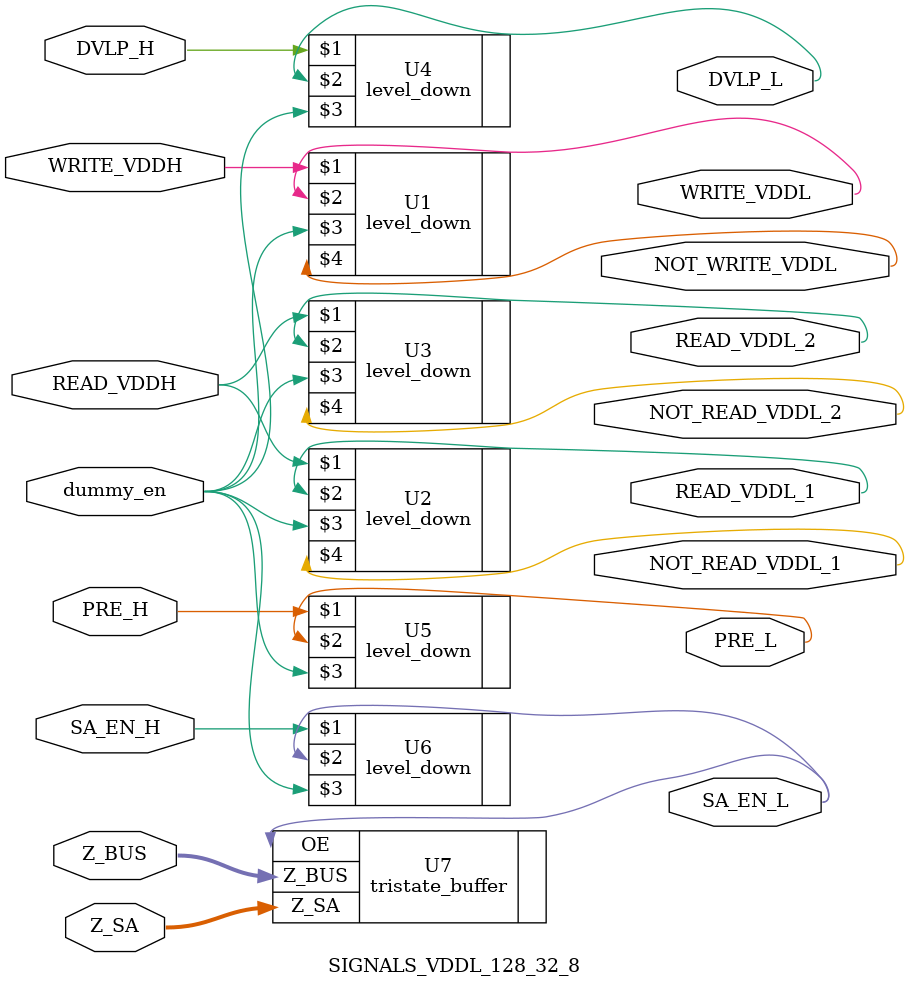
<source format=v>


`include "/ibe/users/da220/Cadence/WORK_TSMC180FORTE/DIGITAL/rtl/level_down/level_down.v"
`include "/ibe/users/da220/Cadence/WORK_TSMC180FORTE/DIGITAL/rtl/tristate_buffer/tristate_buffer.v"

// NAME MODIFIED //
module SIGNALS_VDDL_128_32_8(
// END MODIFY NAME //
WRITE_VDDH,
READ_VDDH,
DVLP_H,
PRE_H,
SA_EN_H,
dummy_en,
WRITE_VDDL,
NOT_WRITE_VDDL,
READ_VDDL_1,
NOT_READ_VDDL_1,
READ_VDDL_2,
NOT_READ_VDDL_2,
DVLP_L,
PRE_L,
Z_SA,
//Z_WR,
Z_BUS,
SA_EN_L,
);

// SKILL MODIFICATIONS //
parameter B_SIZE = 8;
// END OF SKILL MODIFICATION //

// Inputs
input	WRITE_VDDH;
input	READ_VDDH;
input	DVLP_H;
input	PRE_H;
input	SA_EN_H;
input	dummy_en;

// Input Ouput
inout	[B_SIZE-1:0] Z_SA;
//inout	[B_SIZE-1:0] Z_WR;
inout	[B_SIZE-1:0] Z_BUS;

// Outputs
output	WRITE_VDDL;
output	NOT_WRITE_VDDL;
output	READ_VDDL_1;
output	NOT_READ_VDDL_1;
output	READ_VDDL_2;
output	NOT_READ_VDDL_2;
output 	DVLP_L;
output	PRE_L;
output	SA_EN_L;

// Wires
wire	WRITE_VDDH;
wire	READ_VDDH;
wire	DVLP_H;
wire	PRE_H;
wire	SA_EN_H;
wire	dummy_en;
wire	WRITE_VDDL;
wire	NOT_WRITE_VDDL;
wire	READ_VDDL_1;
wire	NOT_READ_VDDL_1;
wire	READ_VDDL_2;
wire	NOT_READ_VDDL_2;
wire 	DVLP_L;
wire	PRE_L;
wire	SA_EN_L;
wire	[B_SIZE-1:0] Z_BUS;
wire	[B_SIZE-1:0] Z_SA;
//wire	[B_SIZE-1:0] Z_WR;



level_down U1(WRITE_VDDH, WRITE_VDDL, dummy_en, NOT_WRITE_VDDL);
level_down U2(READ_VDDH, READ_VDDL_1, dummy_en, NOT_READ_VDDL_1);
level_down U3(READ_VDDH, READ_VDDL_2, dummy_en, NOT_READ_VDDL_2);
level_down U4(DVLP_H, DVLP_L, dummy_en,);
level_down U5(PRE_H, PRE_L, dummy_en,);
level_down U6(SA_EN_H, SA_EN_L, dummy_en,);
tristate_buffer #(B_SIZE) U7(
.Z_SA	(Z_SA),
//.Z_WR	(Z_WR),
.Z_BUS	(Z_BUS),
.OE		(SA_EN_L)
);

endmodule
</source>
